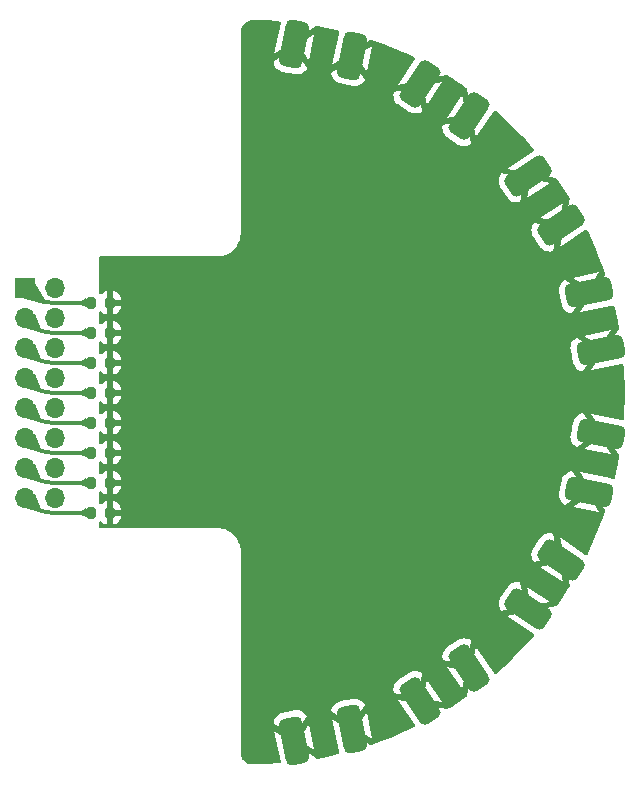
<source format=gbr>
%TF.GenerationSoftware,KiCad,Pcbnew,8.0.3*%
%TF.CreationDate,2024-07-20T13:21:27-05:00*%
%TF.ProjectId,tla_probe_sma_breakout,746c615f-7072-46f6-9265-5f736d615f62,rev?*%
%TF.SameCoordinates,Original*%
%TF.FileFunction,Copper,L2,Bot*%
%TF.FilePolarity,Positive*%
%FSLAX46Y46*%
G04 Gerber Fmt 4.6, Leading zero omitted, Abs format (unit mm)*
G04 Created by KiCad (PCBNEW 8.0.3) date 2024-07-20 13:21:27*
%MOMM*%
%LPD*%
G01*
G04 APERTURE LIST*
G04 Aperture macros list*
%AMRoundRect*
0 Rectangle with rounded corners*
0 $1 Rounding radius*
0 $2 $3 $4 $5 $6 $7 $8 $9 X,Y pos of 4 corners*
0 Add a 4 corners polygon primitive as box body*
4,1,4,$2,$3,$4,$5,$6,$7,$8,$9,$2,$3,0*
0 Add four circle primitives for the rounded corners*
1,1,$1+$1,$2,$3*
1,1,$1+$1,$4,$5*
1,1,$1+$1,$6,$7*
1,1,$1+$1,$8,$9*
0 Add four rect primitives between the rounded corners*
20,1,$1+$1,$2,$3,$4,$5,0*
20,1,$1+$1,$4,$5,$6,$7,0*
20,1,$1+$1,$6,$7,$8,$9,0*
20,1,$1+$1,$8,$9,$2,$3,0*%
G04 Aperture macros list end*
%TA.AperFunction,SMDPad,CuDef*%
%ADD10RoundRect,0.200000X0.200000X0.275000X-0.200000X0.275000X-0.200000X-0.275000X0.200000X-0.275000X0*%
%TD*%
%TA.AperFunction,SMDPad,CuDef*%
%ADD11RoundRect,0.500000X-0.783028X1.373633X-0.197757X-1.568723X0.783028X-1.373633X0.197757X1.568723X0*%
%TD*%
%TA.AperFunction,SMDPad,CuDef*%
%ADD12RoundRect,0.500000X-1.249090X0.969419X0.417621X-1.524990X1.249090X-0.969419X-0.417621X1.524990X0*%
%TD*%
%TA.AperFunction,SMDPad,CuDef*%
%ADD13RoundRect,0.500000X-1.524990X0.417621X0.969419X-1.249090X1.524990X-0.417621X-0.969419X1.249090X0*%
%TD*%
%TA.AperFunction,SMDPad,CuDef*%
%ADD14RoundRect,0.500000X-1.568723X-0.197757X1.373633X-0.783028X1.568723X0.197757X-1.373633X0.783028X0*%
%TD*%
%TA.AperFunction,SMDPad,CuDef*%
%ADD15RoundRect,0.500000X-1.373633X-0.783028X1.568723X-0.197757X1.373633X0.783028X-1.568723X0.197757X0*%
%TD*%
%TA.AperFunction,SMDPad,CuDef*%
%ADD16RoundRect,0.500000X-0.969419X-1.249090X1.524990X0.417621X0.969419X1.249090X-1.524990X-0.417621X0*%
%TD*%
%TA.AperFunction,SMDPad,CuDef*%
%ADD17RoundRect,0.500000X-0.417621X-1.524990X1.249090X0.969419X0.417621X1.524990X-1.249090X-0.969419X0*%
%TD*%
%TA.AperFunction,SMDPad,CuDef*%
%ADD18RoundRect,0.500000X0.197757X-1.568723X0.783028X1.373633X-0.197757X1.568723X-0.783028X-1.373633X0*%
%TD*%
%TA.AperFunction,ComponentPad*%
%ADD19R,1.700000X1.700000*%
%TD*%
%TA.AperFunction,ComponentPad*%
%ADD20O,1.700000X1.700000*%
%TD*%
%TA.AperFunction,ViaPad*%
%ADD21C,0.600000*%
%TD*%
%TA.AperFunction,Conductor*%
%ADD22C,0.330000*%
%TD*%
G04 APERTURE END LIST*
D10*
%TO.P,R40,1*%
%TO.N,GND*%
X118935000Y-76200000D03*
%TO.P,R40,2*%
%TO.N,Net-(J1-Pin_15)*%
X117285000Y-76200000D03*
%TD*%
%TO.P,R39,1*%
%TO.N,GND*%
X118935000Y-73660000D03*
%TO.P,R39,2*%
%TO.N,Net-(J1-Pin_13)*%
X117285000Y-73660000D03*
%TD*%
%TO.P,R38,1*%
%TO.N,GND*%
X118935000Y-71120000D03*
%TO.P,R38,2*%
%TO.N,Net-(J1-Pin_11)*%
X117285000Y-71120000D03*
%TD*%
%TO.P,R37,1*%
%TO.N,GND*%
X118935000Y-68580000D03*
%TO.P,R37,2*%
%TO.N,Net-(J1-Pin_9)*%
X117285000Y-68580000D03*
%TD*%
%TO.P,R36,1*%
%TO.N,GND*%
X118935000Y-66040000D03*
%TO.P,R36,2*%
%TO.N,Net-(J1-Pin_7)*%
X117285000Y-66040000D03*
%TD*%
%TO.P,R35,1*%
%TO.N,GND*%
X118935000Y-63500000D03*
%TO.P,R35,2*%
%TO.N,Net-(J1-Pin_5)*%
X117285000Y-63500000D03*
%TD*%
%TO.P,R34,1*%
%TO.N,GND*%
X118935000Y-60960000D03*
%TO.P,R34,2*%
%TO.N,Net-(J1-Pin_3)*%
X117285000Y-60960000D03*
%TD*%
%TO.P,R33,1*%
%TO.N,GND*%
X118935000Y-58420000D03*
%TO.P,R33,2*%
%TO.N,Net-(J1-Pin_1)*%
X117285000Y-58420000D03*
%TD*%
D11*
%TO.P,J3,2,Ext*%
%TO.N,GND*%
X139451963Y-94512274D03*
X134548037Y-95487726D03*
%TD*%
D12*
%TO.P,J5,2,Ext*%
%TO.N,GND*%
X149328674Y-89361074D03*
X145171326Y-92138926D03*
%TD*%
D13*
%TO.P,J7,2,Ext*%
%TO.N,GND*%
X157138926Y-80171326D03*
X154361074Y-84328674D03*
%TD*%
D14*
%TO.P,J9,2,Ext*%
%TO.N,GND*%
X160487726Y-69548037D03*
X159512274Y-74451963D03*
%TD*%
D15*
%TO.P,J8,2,Ext*%
%TO.N,GND*%
X159512274Y-57548037D03*
X160487726Y-62451963D03*
%TD*%
D16*
%TO.P,J6,2,Ext*%
%TO.N,GND*%
X157138926Y-51828674D03*
X154361074Y-47671326D03*
%TD*%
D17*
%TO.P,J4,2,Ext*%
%TO.N,GND*%
X149328674Y-42638926D03*
X145171326Y-39861074D03*
%TD*%
D18*
%TO.P,J2,2,Ext*%
%TO.N,GND*%
X139451963Y-37487726D03*
X134548037Y-36512274D03*
%TD*%
D19*
%TO.P,J1,1,Pin_1*%
%TO.N,Net-(J1-Pin_1)*%
X111760000Y-57150000D03*
D20*
%TO.P,J1,2,Pin_2*%
%TO.N,Net-(J1-Pin_2)*%
X114300000Y-57150000D03*
%TO.P,J1,3,Pin_3*%
%TO.N,Net-(J1-Pin_3)*%
X111760000Y-59690000D03*
%TO.P,J1,4,Pin_4*%
%TO.N,Net-(J1-Pin_4)*%
X114300000Y-59690000D03*
%TO.P,J1,5,Pin_5*%
%TO.N,Net-(J1-Pin_5)*%
X111760000Y-62230000D03*
%TO.P,J1,6,Pin_6*%
%TO.N,Net-(J1-Pin_6)*%
X114300000Y-62230000D03*
%TO.P,J1,7,Pin_7*%
%TO.N,Net-(J1-Pin_7)*%
X111760000Y-64770000D03*
%TO.P,J1,8,Pin_8*%
%TO.N,Net-(J1-Pin_8)*%
X114300000Y-64770000D03*
%TO.P,J1,9,Pin_9*%
%TO.N,Net-(J1-Pin_9)*%
X111760000Y-67310000D03*
%TO.P,J1,10,Pin_10*%
%TO.N,Net-(J1-Pin_10)*%
X114300000Y-67310000D03*
%TO.P,J1,11,Pin_11*%
%TO.N,Net-(J1-Pin_11)*%
X111760000Y-69850000D03*
%TO.P,J1,12,Pin_12*%
%TO.N,Net-(J1-Pin_12)*%
X114300000Y-69850000D03*
%TO.P,J1,13,Pin_13*%
%TO.N,Net-(J1-Pin_13)*%
X111760000Y-72390000D03*
%TO.P,J1,14,Pin_14*%
%TO.N,Net-(J1-Pin_14)*%
X114300000Y-72390000D03*
%TO.P,J1,15,Pin_15*%
%TO.N,Net-(J1-Pin_15)*%
X111760000Y-74930000D03*
%TO.P,J1,16,Pin_16*%
%TO.N,Net-(J1-Pin_16)*%
X114300000Y-74930000D03*
%TD*%
D21*
%TO.N,GND*%
X118935000Y-76200000D03*
X118500000Y-55000000D03*
X130500000Y-52500000D03*
X128000000Y-77000000D03*
X130500000Y-79500000D03*
X131000000Y-96500000D03*
X131000000Y-35500000D03*
X128473200Y-55880000D03*
X128473200Y-58420000D03*
X128473200Y-60960000D03*
X128473200Y-63500000D03*
X128473200Y-66040000D03*
X128473200Y-68580000D03*
X128473200Y-71120000D03*
X128473200Y-73660000D03*
X122123200Y-73660000D03*
X122123200Y-71120000D03*
X122123200Y-68580000D03*
X122123200Y-66040000D03*
X122123200Y-63500000D03*
X122123200Y-60960000D03*
X122123200Y-58420000D03*
X122123200Y-55880000D03*
%TD*%
D22*
%TO.N,Net-(J1-Pin_5)*%
X112395000Y-62865000D02*
G75*
G03*
X113928025Y-63499989I1533000J1533000D01*
G01*
%TO.N,Net-(J1-Pin_15)*%
X112395000Y-75565000D02*
G75*
G03*
X113928025Y-76199989I1533000J1533000D01*
G01*
%TO.N,Net-(J1-Pin_11)*%
X112395000Y-70485000D02*
G75*
G03*
X113928025Y-71119989I1533000J1533000D01*
G01*
%TO.N,Net-(J1-Pin_3)*%
X112395000Y-60325000D02*
G75*
G03*
X113928025Y-60959989I1533000J1533000D01*
G01*
%TO.N,Net-(J1-Pin_1)*%
X112395000Y-57785000D02*
G75*
G03*
X113928025Y-58419989I1533000J1533000D01*
G01*
%TO.N,Net-(J1-Pin_9)*%
X112395000Y-67945000D02*
G75*
G03*
X113928025Y-68579989I1533000J1533000D01*
G01*
%TO.N,Net-(J1-Pin_7)*%
X112395000Y-65405000D02*
G75*
G03*
X113928025Y-66039989I1533000J1533000D01*
G01*
%TO.N,Net-(J1-Pin_13)*%
X112395000Y-73025000D02*
G75*
G03*
X113928025Y-73659989I1533000J1533000D01*
G01*
%TO.N,Net-(J1-Pin_15)*%
X113928025Y-76200000D02*
X117285000Y-76200000D01*
X112395000Y-75565000D02*
X111760000Y-74930000D01*
%TO.N,Net-(J1-Pin_13)*%
X113928025Y-73660000D02*
X117285000Y-73660000D01*
X112395000Y-73025000D02*
X111760000Y-72390000D01*
%TO.N,Net-(J1-Pin_11)*%
X113928025Y-71120000D02*
X117285000Y-71120000D01*
X112395000Y-70485000D02*
X111760000Y-69850000D01*
%TO.N,Net-(J1-Pin_9)*%
X113928025Y-68580000D02*
X117285000Y-68580000D01*
X112395000Y-67945000D02*
X111760000Y-67310000D01*
%TO.N,Net-(J1-Pin_7)*%
X113928025Y-66040000D02*
X117285000Y-66040000D01*
X112395000Y-65405000D02*
X111760000Y-64770000D01*
%TO.N,Net-(J1-Pin_5)*%
X113928025Y-63500000D02*
X117285000Y-63500000D01*
X112395000Y-62865000D02*
X111760000Y-62230000D01*
%TO.N,Net-(J1-Pin_3)*%
X113928025Y-60960000D02*
X117285000Y-60960000D01*
X112395000Y-60325000D02*
X111760000Y-59690000D01*
%TO.N,Net-(J1-Pin_1)*%
X113928025Y-58420000D02*
X117285000Y-58420000D01*
X112395000Y-57785000D02*
X111760000Y-57150000D01*
%TD*%
%TA.AperFunction,Conductor*%
%TO.N,GND*%
G36*
X132109524Y-34520084D02*
G01*
X132113827Y-34520236D01*
X133219740Y-34578847D01*
X133224098Y-34579155D01*
X133233796Y-34580012D01*
X133262426Y-34582545D01*
X133327469Y-34608060D01*
X133368393Y-34664690D01*
X133373116Y-34730254D01*
X132853198Y-37344055D01*
X132853199Y-37344055D01*
X133994823Y-36581247D01*
X134894796Y-36581247D01*
X135795554Y-37929325D01*
X136242874Y-35680491D01*
X136242873Y-35680491D01*
X134894796Y-36581247D01*
X133994823Y-36581247D01*
X134487136Y-36252294D01*
X136346993Y-35009576D01*
X136361935Y-34993055D01*
X136429377Y-34974797D01*
X136446350Y-34976329D01*
X136528545Y-34989496D01*
X136532775Y-34990251D01*
X137619467Y-35203917D01*
X137623719Y-35204831D01*
X138248608Y-35350777D01*
X138309409Y-35385190D01*
X138341956Y-35447017D01*
X138335910Y-35516624D01*
X138330673Y-35528237D01*
X138318420Y-35552061D01*
X138318419Y-35552062D01*
X138284738Y-35667016D01*
X138284733Y-35667037D01*
X137757124Y-38319507D01*
X137757125Y-38319507D01*
X138898749Y-37556699D01*
X139798722Y-37556699D01*
X140699480Y-38904777D01*
X141146800Y-36655943D01*
X141146799Y-36655943D01*
X139798722Y-37556699D01*
X138898749Y-37556699D01*
X139520938Y-37140966D01*
X140968342Y-36173840D01*
X141035020Y-36152962D01*
X141078040Y-36159849D01*
X141887434Y-36441923D01*
X141891482Y-36443414D01*
X142923794Y-36844567D01*
X142927798Y-36846205D01*
X143945292Y-37283532D01*
X143949263Y-37285322D01*
X144685059Y-37632832D01*
X144737270Y-37679260D01*
X144756093Y-37746547D01*
X144735549Y-37813328D01*
X144735205Y-37813846D01*
X143287189Y-39980952D01*
X143287189Y-39980953D01*
X144877357Y-39664650D01*
X147415193Y-39159843D01*
X147484784Y-39166070D01*
X147503878Y-39175553D01*
X147857687Y-39391081D01*
X147861282Y-39393359D01*
X148474334Y-39797145D01*
X148786203Y-40002557D01*
X148789815Y-40005029D01*
X149072856Y-40206125D01*
X149116105Y-40261000D01*
X149121325Y-40315060D01*
X149525098Y-42344957D01*
X149938945Y-44425515D01*
X151422527Y-42205182D01*
X151476139Y-42160377D01*
X151545464Y-42151670D01*
X151607730Y-42181146D01*
X151645689Y-42214683D01*
X152267735Y-42764262D01*
X152270939Y-42767195D01*
X153074508Y-43529306D01*
X153077630Y-43532373D01*
X153853789Y-44322352D01*
X153856800Y-44325528D01*
X154499511Y-45027615D01*
X154604571Y-45142380D01*
X154607463Y-45145653D01*
X154610962Y-45149757D01*
X154819548Y-45394417D01*
X154848062Y-45458203D01*
X154837564Y-45527280D01*
X154794078Y-45577967D01*
X152574483Y-47061053D01*
X154544814Y-47452976D01*
X154544817Y-47452977D01*
X156689722Y-47879625D01*
X156722932Y-47877959D01*
X156783529Y-47912741D01*
X156796339Y-47928513D01*
X157304883Y-48671723D01*
X157307291Y-48675378D01*
X157824834Y-49492169D01*
X157844087Y-49559334D01*
X157836768Y-49583681D01*
X157840242Y-49584372D01*
X157335350Y-52122643D01*
X157019045Y-53712809D01*
X157019046Y-53712809D01*
X159186402Y-52264628D01*
X159253080Y-52243750D01*
X159320460Y-52262235D01*
X159366465Y-52312805D01*
X159481662Y-52545970D01*
X159483531Y-52549927D01*
X159751577Y-53144419D01*
X159911676Y-53499500D01*
X159938738Y-53559519D01*
X159940461Y-53563529D01*
X159961026Y-53613803D01*
X160359745Y-54588541D01*
X160361331Y-54592621D01*
X160744191Y-55631820D01*
X160745631Y-55635953D01*
X160840521Y-55924525D01*
X160842763Y-55994359D01*
X160825828Y-56032150D01*
X159581249Y-57894797D01*
X158680491Y-59242873D01*
X158680491Y-59242874D01*
X161332962Y-58715266D01*
X161332983Y-58715261D01*
X161447935Y-58681580D01*
X161447942Y-58681577D01*
X161474800Y-58667764D01*
X161543419Y-58654606D01*
X161608259Y-58680635D01*
X161648734Y-58737587D01*
X161651750Y-58747704D01*
X161673474Y-58833826D01*
X161674469Y-58838089D01*
X161907263Y-59920765D01*
X161908108Y-59925059D01*
X162020106Y-60553023D01*
X162012498Y-60622477D01*
X161993369Y-60646117D01*
X161994514Y-60646882D01*
X160556701Y-62798723D01*
X159655943Y-64146799D01*
X159655943Y-64146800D01*
X162265585Y-63627711D01*
X162335176Y-63633938D01*
X162390354Y-63676801D01*
X162413467Y-63740581D01*
X162455200Y-64330744D01*
X162455432Y-64335115D01*
X162494517Y-65441901D01*
X162494594Y-65446277D01*
X162494594Y-66553722D01*
X162494517Y-66558098D01*
X162455432Y-67664884D01*
X162455200Y-67669255D01*
X162413467Y-68259418D01*
X162389103Y-68324902D01*
X162333203Y-68366818D01*
X162265585Y-68372288D01*
X159655943Y-67853198D01*
X159655943Y-67853199D01*
X160556701Y-69201277D01*
X161992701Y-71350404D01*
X162003749Y-71360396D01*
X162022004Y-71427838D01*
X162020106Y-71446975D01*
X161908108Y-72074940D01*
X161907263Y-72079234D01*
X161674469Y-73161910D01*
X161673474Y-73166172D01*
X161651750Y-73252295D01*
X161616267Y-73312484D01*
X161553875Y-73343934D01*
X161484385Y-73336661D01*
X161474801Y-73332237D01*
X161447935Y-73318419D01*
X161332983Y-73284738D01*
X161332962Y-73284733D01*
X158680491Y-72757124D01*
X158680491Y-72757125D01*
X159581249Y-74105203D01*
X160825828Y-75967848D01*
X160846706Y-76034526D01*
X160840521Y-76075473D01*
X160745631Y-76364047D01*
X160744191Y-76368180D01*
X160361331Y-77407378D01*
X160359745Y-77411458D01*
X159940466Y-78436459D01*
X159938738Y-78440480D01*
X159483537Y-79450060D01*
X159481668Y-79454018D01*
X159366465Y-79687194D01*
X159319122Y-79738578D01*
X159251513Y-79756210D01*
X159186402Y-79735370D01*
X157019046Y-78287189D01*
X157019045Y-78287189D01*
X157335350Y-79877357D01*
X157840242Y-82415627D01*
X157839581Y-82415758D01*
X157842559Y-82422036D01*
X157833619Y-82491331D01*
X157824834Y-82507829D01*
X157307291Y-83324621D01*
X157304883Y-83328276D01*
X156796339Y-84071485D01*
X156742236Y-84115696D01*
X156673981Y-84123504D01*
X154582232Y-84539578D01*
X154582146Y-84539597D01*
X152574483Y-84938945D01*
X154794077Y-86422032D01*
X154838882Y-86475644D01*
X154847589Y-86544969D01*
X154819548Y-86605582D01*
X154737017Y-86702387D01*
X154608779Y-86852804D01*
X154607470Y-86854339D01*
X154604571Y-86857619D01*
X153856800Y-87674471D01*
X153853789Y-87677647D01*
X153077630Y-88467626D01*
X153074508Y-88470693D01*
X152270939Y-89232804D01*
X152267710Y-89235760D01*
X151607729Y-89818853D01*
X151544456Y-89848488D01*
X151475205Y-89839211D01*
X151422526Y-89794817D01*
X149938945Y-87574483D01*
X149525098Y-89655043D01*
X149120083Y-91691181D01*
X149121615Y-91721721D01*
X149086832Y-91782318D01*
X149072857Y-91793873D01*
X148789815Y-91994970D01*
X148786203Y-91997442D01*
X147861333Y-92606606D01*
X147857636Y-92608949D01*
X147503893Y-92824437D01*
X147436399Y-92842502D01*
X147415192Y-92840155D01*
X144920874Y-92344006D01*
X144920868Y-92344003D01*
X143287189Y-92019045D01*
X143287189Y-92019046D01*
X144735204Y-94186152D01*
X144756082Y-94252830D01*
X144737597Y-94320210D01*
X144685619Y-94366900D01*
X144685057Y-94367167D01*
X143949272Y-94714672D01*
X143945282Y-94716471D01*
X142927822Y-95153784D01*
X142923771Y-95155441D01*
X141891511Y-95556574D01*
X141887404Y-95558087D01*
X141078040Y-95840149D01*
X141008256Y-95843623D01*
X140968342Y-95826158D01*
X139131028Y-94598505D01*
X139131026Y-94598502D01*
X138898748Y-94443299D01*
X139798722Y-94443299D01*
X141146799Y-95344055D01*
X141146800Y-95344055D01*
X140699480Y-93095221D01*
X139798722Y-94443299D01*
X138898748Y-94443299D01*
X137757125Y-93680491D01*
X137757124Y-93680491D01*
X138284733Y-96332962D01*
X138284738Y-96332983D01*
X138318419Y-96447937D01*
X138318420Y-96447938D01*
X138330672Y-96471761D01*
X138343828Y-96540381D01*
X138317797Y-96605220D01*
X138260843Y-96645693D01*
X138248603Y-96649223D01*
X137623732Y-96795165D01*
X137619453Y-96796085D01*
X136532815Y-97009741D01*
X136528506Y-97010510D01*
X136446361Y-97023669D01*
X136377052Y-97014836D01*
X136351677Y-96993552D01*
X134227102Y-95573957D01*
X134227100Y-95573954D01*
X133994822Y-95418751D01*
X134894796Y-95418751D01*
X136242873Y-96319507D01*
X136242874Y-96319507D01*
X135795554Y-94070673D01*
X134894796Y-95418751D01*
X133994822Y-95418751D01*
X132853199Y-94655943D01*
X132853198Y-94655943D01*
X133373115Y-97269745D01*
X133366888Y-97339336D01*
X133324025Y-97394514D01*
X133262428Y-97417453D01*
X133224128Y-97420842D01*
X133219761Y-97421151D01*
X132113864Y-97479761D01*
X132109489Y-97479916D01*
X131006505Y-97499385D01*
X130993509Y-97498932D01*
X130837246Y-97485260D01*
X130815961Y-97481507D01*
X130668630Y-97442030D01*
X130648318Y-97434637D01*
X130510084Y-97370177D01*
X130491366Y-97359370D01*
X130366417Y-97271880D01*
X130349859Y-97257986D01*
X130242013Y-97150140D01*
X130228119Y-97133582D01*
X130140629Y-97008633D01*
X130129822Y-96989915D01*
X130065362Y-96851681D01*
X130057969Y-96831369D01*
X130048268Y-96795165D01*
X130018491Y-96684035D01*
X130014739Y-96662752D01*
X130013555Y-96649223D01*
X130000972Y-96505393D01*
X130000500Y-96494586D01*
X130000500Y-93999708D01*
X132771049Y-93999708D01*
X134479062Y-95140966D01*
X135620319Y-93432952D01*
X135588558Y-93371199D01*
X135588554Y-93371193D01*
X135461037Y-93212767D01*
X135304229Y-93083246D01*
X135193022Y-93024256D01*
X137674975Y-93024256D01*
X139382988Y-94165514D01*
X140524245Y-92457500D01*
X140492484Y-92395747D01*
X140492480Y-92395741D01*
X140364963Y-92237315D01*
X140208155Y-92107794D01*
X140028487Y-92012489D01*
X140028480Y-92012486D01*
X139833310Y-91955302D01*
X139678197Y-91942501D01*
X145465294Y-91942501D01*
X145465295Y-91942502D01*
X147055461Y-92258805D01*
X147055461Y-92258804D01*
X145781597Y-90352335D01*
X145465294Y-91942501D01*
X139678197Y-91942501D01*
X139630625Y-91938575D01*
X139511504Y-91951452D01*
X138416969Y-92169168D01*
X138416948Y-92169173D01*
X138301994Y-92202854D01*
X138121130Y-92295876D01*
X137962697Y-92423400D01*
X137833178Y-92580205D01*
X137737873Y-92759873D01*
X137737871Y-92759878D01*
X137680686Y-92955049D01*
X137674975Y-93024256D01*
X135193022Y-93024256D01*
X135124561Y-92987941D01*
X135124554Y-92987938D01*
X134929384Y-92930754D01*
X134726699Y-92914027D01*
X134607578Y-92926904D01*
X133513043Y-93144620D01*
X133513022Y-93144625D01*
X133398068Y-93178306D01*
X133217204Y-93271328D01*
X133058771Y-93398852D01*
X132929252Y-93555657D01*
X132833947Y-93735325D01*
X132833945Y-93735330D01*
X132776760Y-93930501D01*
X132771049Y-93999708D01*
X130000500Y-93999708D01*
X130000500Y-91175873D01*
X142917099Y-91175873D01*
X142917099Y-91175879D01*
X142938956Y-91378078D01*
X142960162Y-91444199D01*
X142960164Y-91444200D01*
X144974901Y-91844956D01*
X144974902Y-91844955D01*
X145375658Y-89830218D01*
X145322687Y-89785322D01*
X145322684Y-89785321D01*
X145144233Y-89687746D01*
X145144234Y-89687746D01*
X144949806Y-89628094D01*
X144747337Y-89608799D01*
X144747332Y-89608799D01*
X144545138Y-89630656D01*
X144351472Y-89692770D01*
X144351468Y-89692772D01*
X144246373Y-89750236D01*
X144246352Y-89750249D01*
X143318438Y-90370260D01*
X143318432Y-90370265D01*
X143225123Y-90445369D01*
X143225111Y-90445380D01*
X143093621Y-90600526D01*
X143093620Y-90600528D01*
X142996045Y-90778977D01*
X142996043Y-90778982D01*
X142936394Y-90973401D01*
X142936393Y-90973406D01*
X142917099Y-91175873D01*
X130000500Y-91175873D01*
X130000500Y-89241194D01*
X147444537Y-89241194D01*
X148718401Y-91147663D01*
X149034704Y-89557497D01*
X149034703Y-89557496D01*
X147444537Y-89241193D01*
X147444537Y-89241194D01*
X130000500Y-89241194D01*
X130000500Y-88398021D01*
X147074447Y-88398021D01*
X147074447Y-88398027D01*
X147096304Y-88600226D01*
X147117510Y-88666347D01*
X147117512Y-88666348D01*
X149132249Y-89067104D01*
X149132250Y-89067103D01*
X149533006Y-87052366D01*
X149480035Y-87007470D01*
X149480032Y-87007469D01*
X149301581Y-86909894D01*
X149301582Y-86909894D01*
X149107154Y-86850242D01*
X148904685Y-86830947D01*
X148904680Y-86830947D01*
X148702486Y-86852804D01*
X148508820Y-86914918D01*
X148508816Y-86914920D01*
X148403721Y-86972384D01*
X148403700Y-86972397D01*
X147475786Y-87592408D01*
X147475780Y-87592413D01*
X147382471Y-87667517D01*
X147382459Y-87667528D01*
X147250969Y-87822674D01*
X147250968Y-87822676D01*
X147153393Y-88001125D01*
X147153391Y-88001130D01*
X147093742Y-88195549D01*
X147093741Y-88195554D01*
X147074447Y-88398021D01*
X130000500Y-88398021D01*
X130000500Y-83904680D01*
X151830947Y-83904680D01*
X151830947Y-83904685D01*
X151850242Y-84107154D01*
X151909894Y-84301582D01*
X152007469Y-84480032D01*
X152007470Y-84480035D01*
X152052366Y-84533006D01*
X154067103Y-84132250D01*
X154067104Y-84132249D01*
X153731397Y-82444537D01*
X154241193Y-82444537D01*
X154557496Y-84034703D01*
X154557497Y-84034704D01*
X156147663Y-83718401D01*
X154241194Y-82444537D01*
X154241193Y-82444537D01*
X153731397Y-82444537D01*
X153666348Y-82117512D01*
X153666347Y-82117510D01*
X153600226Y-82096304D01*
X153398024Y-82074447D01*
X153195554Y-82093741D01*
X153195549Y-82093742D01*
X153001130Y-82153391D01*
X153001125Y-82153393D01*
X152822676Y-82250968D01*
X152822674Y-82250969D01*
X152667528Y-82382459D01*
X152667517Y-82382471D01*
X152592413Y-82475780D01*
X152592408Y-82475786D01*
X151972397Y-83403700D01*
X151972384Y-83403721D01*
X151914920Y-83508816D01*
X151914918Y-83508820D01*
X151852804Y-83702486D01*
X151830947Y-83904680D01*
X130000500Y-83904680D01*
X130000500Y-80781597D01*
X155352335Y-80781597D01*
X157258804Y-82055461D01*
X157258805Y-82055461D01*
X156942502Y-80465295D01*
X156942501Y-80465294D01*
X155352335Y-80781597D01*
X130000500Y-80781597D01*
X130000500Y-79747332D01*
X154608799Y-79747332D01*
X154608799Y-79747337D01*
X154628094Y-79949806D01*
X154687746Y-80144234D01*
X154785321Y-80322684D01*
X154785322Y-80322687D01*
X154830218Y-80375658D01*
X156844955Y-79974902D01*
X156844956Y-79974901D01*
X156444200Y-77960164D01*
X156444199Y-77960162D01*
X156378078Y-77938956D01*
X156175876Y-77917099D01*
X155973406Y-77936393D01*
X155973401Y-77936394D01*
X155778982Y-77996043D01*
X155778977Y-77996045D01*
X155600528Y-78093620D01*
X155600526Y-78093621D01*
X155445380Y-78225111D01*
X155445369Y-78225123D01*
X155370265Y-78318432D01*
X155370260Y-78318438D01*
X154750249Y-79246352D01*
X154750236Y-79246373D01*
X154692772Y-79351468D01*
X154692770Y-79351472D01*
X154630656Y-79545138D01*
X154608799Y-79747332D01*
X130000500Y-79747332D01*
X130000500Y-79368886D01*
X130000499Y-79368872D01*
X129984368Y-79246352D01*
X129966270Y-79108884D01*
X129898398Y-78855581D01*
X129806785Y-78634408D01*
X129798046Y-78613309D01*
X129798041Y-78613299D01*
X129666924Y-78386196D01*
X129507281Y-78178148D01*
X129507274Y-78178140D01*
X129321860Y-77992726D01*
X129321851Y-77992718D01*
X129113803Y-77833075D01*
X128886700Y-77701958D01*
X128886690Y-77701953D01*
X128644428Y-77601605D01*
X128644421Y-77601603D01*
X128644419Y-77601602D01*
X128391116Y-77533730D01*
X128333339Y-77526123D01*
X128131127Y-77499500D01*
X128131120Y-77499500D01*
X128065892Y-77499500D01*
X118124000Y-77499500D01*
X118056961Y-77479815D01*
X118011206Y-77427011D01*
X118000000Y-77375500D01*
X118000000Y-77029312D01*
X118019685Y-76962273D01*
X118072489Y-76916518D01*
X118141647Y-76906574D01*
X118205203Y-76935599D01*
X118211681Y-76941631D01*
X118300122Y-77030072D01*
X118445604Y-77118019D01*
X118445603Y-77118019D01*
X118607894Y-77168590D01*
X118607893Y-77168590D01*
X118678408Y-77174998D01*
X118678426Y-77174999D01*
X119185000Y-77174999D01*
X119191581Y-77174999D01*
X119262102Y-77168591D01*
X119262107Y-77168590D01*
X119424396Y-77118018D01*
X119569877Y-77030072D01*
X119690072Y-76909877D01*
X119778019Y-76764395D01*
X119828590Y-76602106D01*
X119835000Y-76531572D01*
X119835000Y-76450000D01*
X119185000Y-76450000D01*
X119185000Y-77174999D01*
X118678426Y-77174999D01*
X118684999Y-77174998D01*
X118685000Y-77174998D01*
X118685000Y-75950000D01*
X119185000Y-75950000D01*
X119834999Y-75950000D01*
X119834999Y-75868417D01*
X119828591Y-75797897D01*
X119828590Y-75797892D01*
X119797923Y-75699480D01*
X158095221Y-75699480D01*
X160344055Y-76146800D01*
X160344055Y-76146799D01*
X159443298Y-74798722D01*
X158095221Y-75699480D01*
X119797923Y-75699480D01*
X119778018Y-75635603D01*
X119690072Y-75490122D01*
X119569877Y-75369927D01*
X119424395Y-75281980D01*
X119424396Y-75281980D01*
X119262105Y-75231409D01*
X119262106Y-75231409D01*
X119191572Y-75225000D01*
X119185000Y-75225000D01*
X119185000Y-75950000D01*
X118685000Y-75950000D01*
X118685000Y-75225000D01*
X118684999Y-75224999D01*
X118678436Y-75225000D01*
X118678417Y-75225001D01*
X118607897Y-75231408D01*
X118607892Y-75231409D01*
X118445603Y-75281981D01*
X118300122Y-75369927D01*
X118300121Y-75369928D01*
X118211681Y-75458369D01*
X118150358Y-75491854D01*
X118080666Y-75486870D01*
X118024733Y-75444998D01*
X118000316Y-75379534D01*
X118000000Y-75370688D01*
X118000000Y-74489312D01*
X118019685Y-74422273D01*
X118072489Y-74376518D01*
X118141647Y-74366574D01*
X118205203Y-74395599D01*
X118211681Y-74401631D01*
X118300122Y-74490072D01*
X118445604Y-74578019D01*
X118445603Y-74578019D01*
X118607894Y-74628590D01*
X118607893Y-74628590D01*
X118678408Y-74634998D01*
X118678426Y-74634999D01*
X119185000Y-74634999D01*
X119191581Y-74634999D01*
X119239718Y-74630625D01*
X156938575Y-74630625D01*
X156955302Y-74833310D01*
X157012486Y-75028480D01*
X157012489Y-75028487D01*
X157107794Y-75208155D01*
X157237315Y-75364963D01*
X157395741Y-75492480D01*
X157395747Y-75492484D01*
X157457500Y-75524244D01*
X159165514Y-74382988D01*
X158024256Y-72674975D01*
X157955049Y-72680686D01*
X157759878Y-72737871D01*
X157759873Y-72737873D01*
X157580205Y-72833178D01*
X157423400Y-72962697D01*
X157295876Y-73121130D01*
X157202854Y-73301994D01*
X157169173Y-73416948D01*
X157169168Y-73416969D01*
X156951452Y-74511504D01*
X156938575Y-74630625D01*
X119239718Y-74630625D01*
X119262102Y-74628591D01*
X119262107Y-74628590D01*
X119424396Y-74578018D01*
X119569877Y-74490072D01*
X119690072Y-74369877D01*
X119778019Y-74224395D01*
X119828590Y-74062106D01*
X119835000Y-73991572D01*
X119835000Y-73910000D01*
X119185000Y-73910000D01*
X119185000Y-74634999D01*
X118678426Y-74634999D01*
X118684999Y-74634998D01*
X118685000Y-74634998D01*
X118685000Y-73410000D01*
X119185000Y-73410000D01*
X119834999Y-73410000D01*
X119834999Y-73328417D01*
X119828591Y-73257897D01*
X119828590Y-73257892D01*
X119778018Y-73095603D01*
X119690072Y-72950122D01*
X119569877Y-72829927D01*
X119424395Y-72741980D01*
X119424396Y-72741980D01*
X119262105Y-72691409D01*
X119262106Y-72691409D01*
X119191572Y-72685000D01*
X119185000Y-72685000D01*
X119185000Y-73410000D01*
X118685000Y-73410000D01*
X118685000Y-72685000D01*
X118684999Y-72684999D01*
X118678436Y-72685000D01*
X118678417Y-72685001D01*
X118607897Y-72691408D01*
X118607892Y-72691409D01*
X118445603Y-72741981D01*
X118300122Y-72829927D01*
X118300121Y-72829928D01*
X118211681Y-72918369D01*
X118150358Y-72951854D01*
X118080666Y-72946870D01*
X118024733Y-72904998D01*
X118000316Y-72839534D01*
X118000000Y-72830688D01*
X118000000Y-71949312D01*
X118019685Y-71882273D01*
X118072489Y-71836518D01*
X118141647Y-71826574D01*
X118205203Y-71855599D01*
X118211681Y-71861631D01*
X118300122Y-71950072D01*
X118445604Y-72038019D01*
X118445603Y-72038019D01*
X118607894Y-72088590D01*
X118607893Y-72088590D01*
X118678408Y-72094998D01*
X118678426Y-72094999D01*
X119185000Y-72094999D01*
X119191581Y-72094999D01*
X119262102Y-72088591D01*
X119262107Y-72088590D01*
X119424396Y-72038018D01*
X119569877Y-71950072D01*
X119690072Y-71829877D01*
X119778019Y-71684395D01*
X119828590Y-71522106D01*
X119835000Y-71451572D01*
X119835000Y-71370000D01*
X119185000Y-71370000D01*
X119185000Y-72094999D01*
X118678426Y-72094999D01*
X118684999Y-72094998D01*
X118685000Y-72094998D01*
X118685000Y-70870000D01*
X119185000Y-70870000D01*
X119834999Y-70870000D01*
X119834999Y-70795554D01*
X159070673Y-70795554D01*
X161319507Y-71242874D01*
X161319507Y-71242873D01*
X160418750Y-69894796D01*
X159070673Y-70795554D01*
X119834999Y-70795554D01*
X119834999Y-70788417D01*
X119828591Y-70717897D01*
X119828590Y-70717892D01*
X119778018Y-70555603D01*
X119690072Y-70410122D01*
X119569877Y-70289927D01*
X119424395Y-70201980D01*
X119424396Y-70201980D01*
X119262105Y-70151409D01*
X119262106Y-70151409D01*
X119191572Y-70145000D01*
X119185000Y-70145000D01*
X119185000Y-70870000D01*
X118685000Y-70870000D01*
X118685000Y-70145000D01*
X118684999Y-70144999D01*
X118678436Y-70145000D01*
X118678417Y-70145001D01*
X118607897Y-70151408D01*
X118607892Y-70151409D01*
X118445603Y-70201981D01*
X118300122Y-70289927D01*
X118300121Y-70289928D01*
X118211681Y-70378369D01*
X118150358Y-70411854D01*
X118080666Y-70406870D01*
X118024733Y-70364998D01*
X118000316Y-70299534D01*
X118000000Y-70290688D01*
X118000000Y-69726699D01*
X157914027Y-69726699D01*
X157930754Y-69929384D01*
X157987938Y-70124554D01*
X157987941Y-70124561D01*
X158083246Y-70304229D01*
X158212767Y-70461037D01*
X158371193Y-70588554D01*
X158371199Y-70588558D01*
X158432952Y-70620318D01*
X160140966Y-69479062D01*
X158999708Y-67771049D01*
X158930501Y-67776760D01*
X158735330Y-67833945D01*
X158735325Y-67833947D01*
X158555657Y-67929252D01*
X158398852Y-68058771D01*
X158271328Y-68217204D01*
X158178306Y-68398068D01*
X158144625Y-68513022D01*
X158144620Y-68513043D01*
X157926904Y-69607578D01*
X157914027Y-69726699D01*
X118000000Y-69726699D01*
X118000000Y-69409312D01*
X118019685Y-69342273D01*
X118072489Y-69296518D01*
X118141647Y-69286574D01*
X118205203Y-69315599D01*
X118211681Y-69321631D01*
X118300122Y-69410072D01*
X118445604Y-69498019D01*
X118445603Y-69498019D01*
X118607894Y-69548590D01*
X118607893Y-69548590D01*
X118678408Y-69554998D01*
X118678426Y-69554999D01*
X119185000Y-69554999D01*
X119191581Y-69554999D01*
X119262102Y-69548591D01*
X119262107Y-69548590D01*
X119424396Y-69498018D01*
X119569877Y-69410072D01*
X119690072Y-69289877D01*
X119778019Y-69144395D01*
X119828590Y-68982106D01*
X119835000Y-68911572D01*
X119835000Y-68830000D01*
X119185000Y-68830000D01*
X119185000Y-69554999D01*
X118678426Y-69554999D01*
X118684999Y-69554998D01*
X118685000Y-69554998D01*
X118685000Y-68330000D01*
X119185000Y-68330000D01*
X119834999Y-68330000D01*
X119834999Y-68248417D01*
X119828591Y-68177897D01*
X119828590Y-68177892D01*
X119778018Y-68015603D01*
X119690072Y-67870122D01*
X119569877Y-67749927D01*
X119424395Y-67661980D01*
X119424396Y-67661980D01*
X119262105Y-67611409D01*
X119262106Y-67611409D01*
X119191572Y-67605000D01*
X119185000Y-67605000D01*
X119185000Y-68330000D01*
X118685000Y-68330000D01*
X118685000Y-67605000D01*
X118684999Y-67604999D01*
X118678436Y-67605000D01*
X118678417Y-67605001D01*
X118607897Y-67611408D01*
X118607892Y-67611409D01*
X118445603Y-67661981D01*
X118300122Y-67749927D01*
X118300121Y-67749928D01*
X118211681Y-67838369D01*
X118150358Y-67871854D01*
X118080666Y-67866870D01*
X118024733Y-67824998D01*
X118000316Y-67759534D01*
X118000000Y-67750688D01*
X118000000Y-66869312D01*
X118019685Y-66802273D01*
X118072489Y-66756518D01*
X118141647Y-66746574D01*
X118205203Y-66775599D01*
X118211681Y-66781631D01*
X118300122Y-66870072D01*
X118445604Y-66958019D01*
X118445603Y-66958019D01*
X118607894Y-67008590D01*
X118607893Y-67008590D01*
X118678408Y-67014998D01*
X118678426Y-67014999D01*
X119185000Y-67014999D01*
X119191581Y-67014999D01*
X119262102Y-67008591D01*
X119262107Y-67008590D01*
X119424396Y-66958018D01*
X119569877Y-66870072D01*
X119690072Y-66749877D01*
X119778019Y-66604395D01*
X119828590Y-66442106D01*
X119835000Y-66371572D01*
X119835000Y-66290000D01*
X119185000Y-66290000D01*
X119185000Y-67014999D01*
X118678426Y-67014999D01*
X118684999Y-67014998D01*
X118685000Y-67014998D01*
X118685000Y-65790000D01*
X119185000Y-65790000D01*
X119834999Y-65790000D01*
X119834999Y-65708417D01*
X119828591Y-65637897D01*
X119828590Y-65637892D01*
X119778018Y-65475603D01*
X119690072Y-65330122D01*
X119569877Y-65209927D01*
X119424395Y-65121980D01*
X119424396Y-65121980D01*
X119262105Y-65071409D01*
X119262106Y-65071409D01*
X119191572Y-65065000D01*
X119185000Y-65065000D01*
X119185000Y-65790000D01*
X118685000Y-65790000D01*
X118685000Y-65065000D01*
X118684999Y-65064999D01*
X118678436Y-65065000D01*
X118678417Y-65065001D01*
X118607897Y-65071408D01*
X118607892Y-65071409D01*
X118445603Y-65121981D01*
X118300122Y-65209927D01*
X118300121Y-65209928D01*
X118211681Y-65298369D01*
X118150358Y-65331854D01*
X118080666Y-65326870D01*
X118024733Y-65284998D01*
X118000316Y-65219534D01*
X118000000Y-65210688D01*
X118000000Y-64329312D01*
X118019685Y-64262273D01*
X118072489Y-64216518D01*
X118141647Y-64206574D01*
X118205203Y-64235599D01*
X118211681Y-64241631D01*
X118300122Y-64330072D01*
X118445604Y-64418019D01*
X118445603Y-64418019D01*
X118607894Y-64468590D01*
X118607893Y-64468590D01*
X118678408Y-64474998D01*
X118678426Y-64474999D01*
X119185000Y-64474999D01*
X119191581Y-64474999D01*
X119262102Y-64468591D01*
X119262107Y-64468590D01*
X119424396Y-64418018D01*
X119569877Y-64330072D01*
X119690072Y-64209877D01*
X119778019Y-64064395D01*
X119828590Y-63902106D01*
X119835000Y-63831572D01*
X119835000Y-63750000D01*
X119185000Y-63750000D01*
X119185000Y-64474999D01*
X118678426Y-64474999D01*
X118684999Y-64474998D01*
X118685000Y-64474998D01*
X118685000Y-63250000D01*
X119185000Y-63250000D01*
X119834999Y-63250000D01*
X119834999Y-63168417D01*
X119828591Y-63097897D01*
X119828590Y-63097892D01*
X119778018Y-62935603D01*
X119690072Y-62790122D01*
X119569877Y-62669927D01*
X119424395Y-62581980D01*
X119424396Y-62581980D01*
X119262105Y-62531409D01*
X119262106Y-62531409D01*
X119191572Y-62525000D01*
X119185000Y-62525000D01*
X119185000Y-63250000D01*
X118685000Y-63250000D01*
X118685000Y-62525000D01*
X118684999Y-62524999D01*
X118678436Y-62525000D01*
X118678417Y-62525001D01*
X118607897Y-62531408D01*
X118607892Y-62531409D01*
X118445603Y-62581981D01*
X118300122Y-62669927D01*
X118300121Y-62669928D01*
X118211681Y-62758369D01*
X118150358Y-62791854D01*
X118080666Y-62786870D01*
X118024733Y-62744998D01*
X118000316Y-62679534D01*
X118000000Y-62670688D01*
X118000000Y-62273300D01*
X157914027Y-62273300D01*
X157926904Y-62392421D01*
X158144620Y-63486956D01*
X158144625Y-63486977D01*
X158178306Y-63601931D01*
X158271328Y-63782795D01*
X158398852Y-63941228D01*
X158555657Y-64070747D01*
X158735325Y-64166052D01*
X158735330Y-64166054D01*
X158930491Y-64223237D01*
X158930502Y-64223239D01*
X158999707Y-64228949D01*
X160140966Y-62520936D01*
X158432954Y-61379680D01*
X158432951Y-61379680D01*
X158371206Y-61411437D01*
X158371192Y-61411446D01*
X158212767Y-61538962D01*
X158083246Y-61695770D01*
X157987941Y-61875438D01*
X157987938Y-61875445D01*
X157930754Y-62070615D01*
X157914027Y-62273300D01*
X118000000Y-62273300D01*
X118000000Y-61789312D01*
X118019685Y-61722273D01*
X118072489Y-61676518D01*
X118141647Y-61666574D01*
X118205203Y-61695599D01*
X118211681Y-61701631D01*
X118300122Y-61790072D01*
X118445604Y-61878019D01*
X118445603Y-61878019D01*
X118607894Y-61928590D01*
X118607893Y-61928590D01*
X118678408Y-61934998D01*
X118678426Y-61934999D01*
X119185000Y-61934999D01*
X119191581Y-61934999D01*
X119262102Y-61928591D01*
X119262107Y-61928590D01*
X119424396Y-61878018D01*
X119569877Y-61790072D01*
X119690072Y-61669877D01*
X119778019Y-61524395D01*
X119828590Y-61362106D01*
X119835000Y-61291572D01*
X119835000Y-61210000D01*
X119185000Y-61210000D01*
X119185000Y-61934999D01*
X118678426Y-61934999D01*
X118684999Y-61934998D01*
X118685000Y-61934998D01*
X118685000Y-61204444D01*
X159070673Y-61204444D01*
X160418751Y-62105202D01*
X161319507Y-60757125D01*
X161319507Y-60757124D01*
X159070673Y-61204444D01*
X118685000Y-61204444D01*
X118685000Y-60710000D01*
X119185000Y-60710000D01*
X119834999Y-60710000D01*
X119834999Y-60628417D01*
X119828591Y-60557897D01*
X119828590Y-60557892D01*
X119778018Y-60395603D01*
X119690072Y-60250122D01*
X119569877Y-60129927D01*
X119424395Y-60041980D01*
X119424396Y-60041980D01*
X119262105Y-59991409D01*
X119262106Y-59991409D01*
X119191572Y-59985000D01*
X119185000Y-59985000D01*
X119185000Y-60710000D01*
X118685000Y-60710000D01*
X118685000Y-59985000D01*
X118684999Y-59984999D01*
X118678436Y-59985000D01*
X118678417Y-59985001D01*
X118607897Y-59991408D01*
X118607892Y-59991409D01*
X118445603Y-60041981D01*
X118300122Y-60129927D01*
X118300121Y-60129928D01*
X118211681Y-60218369D01*
X118150358Y-60251854D01*
X118080666Y-60246870D01*
X118024733Y-60204998D01*
X118000316Y-60139534D01*
X118000000Y-60130688D01*
X118000000Y-59249312D01*
X118019685Y-59182273D01*
X118072489Y-59136518D01*
X118141647Y-59126574D01*
X118205203Y-59155599D01*
X118211681Y-59161631D01*
X118300122Y-59250072D01*
X118445604Y-59338019D01*
X118445603Y-59338019D01*
X118607894Y-59388590D01*
X118607893Y-59388590D01*
X118678408Y-59394998D01*
X118678426Y-59394999D01*
X119185000Y-59394999D01*
X119191581Y-59394999D01*
X119262102Y-59388591D01*
X119262107Y-59388590D01*
X119424396Y-59338018D01*
X119569877Y-59250072D01*
X119690072Y-59129877D01*
X119778019Y-58984395D01*
X119828590Y-58822106D01*
X119835000Y-58751572D01*
X119835000Y-58670000D01*
X119185000Y-58670000D01*
X119185000Y-59394999D01*
X118678426Y-59394999D01*
X118684999Y-59394998D01*
X118685000Y-59394998D01*
X118685000Y-58170000D01*
X119185000Y-58170000D01*
X119834999Y-58170000D01*
X119834999Y-58088417D01*
X119828591Y-58017897D01*
X119828590Y-58017892D01*
X119778018Y-57855603D01*
X119690072Y-57710122D01*
X119569877Y-57589927D01*
X119424395Y-57501980D01*
X119424396Y-57501980D01*
X119262105Y-57451409D01*
X119262106Y-57451409D01*
X119191572Y-57445000D01*
X119185000Y-57445000D01*
X119185000Y-58170000D01*
X118685000Y-58170000D01*
X118685000Y-57445000D01*
X118684999Y-57444999D01*
X118678436Y-57445000D01*
X118678417Y-57445001D01*
X118607897Y-57451408D01*
X118607892Y-57451409D01*
X118445603Y-57501981D01*
X118300122Y-57589927D01*
X118300121Y-57589928D01*
X118211681Y-57678369D01*
X118150358Y-57711854D01*
X118080666Y-57706870D01*
X118024733Y-57664998D01*
X118000316Y-57599534D01*
X118000000Y-57590688D01*
X118000000Y-57369374D01*
X156938575Y-57369374D01*
X156951452Y-57488495D01*
X157169168Y-58583030D01*
X157169173Y-58583051D01*
X157202854Y-58698005D01*
X157295876Y-58878869D01*
X157423400Y-59037302D01*
X157580205Y-59166821D01*
X157759873Y-59262126D01*
X157759878Y-59262128D01*
X157955039Y-59319311D01*
X157955050Y-59319313D01*
X158024255Y-59325023D01*
X159165514Y-57617010D01*
X157457502Y-56475754D01*
X157457499Y-56475754D01*
X157395754Y-56507511D01*
X157395740Y-56507520D01*
X157237315Y-56635036D01*
X157107794Y-56791844D01*
X157012489Y-56971512D01*
X157012486Y-56971519D01*
X156955302Y-57166689D01*
X156938575Y-57369374D01*
X118000000Y-57369374D01*
X118000000Y-56300518D01*
X158095221Y-56300518D01*
X159443299Y-57201276D01*
X160344055Y-55853199D01*
X160344055Y-55853198D01*
X158095221Y-56300518D01*
X118000000Y-56300518D01*
X118000000Y-54624500D01*
X118019685Y-54557461D01*
X118072489Y-54511706D01*
X118124000Y-54500500D01*
X128131113Y-54500500D01*
X128131120Y-54500500D01*
X128391116Y-54466270D01*
X128644419Y-54398398D01*
X128886697Y-54298043D01*
X129113803Y-54166924D01*
X129321851Y-54007282D01*
X129321855Y-54007277D01*
X129321860Y-54007274D01*
X129507274Y-53821860D01*
X129507277Y-53821855D01*
X129507282Y-53821851D01*
X129666924Y-53613803D01*
X129798043Y-53386697D01*
X129898398Y-53144419D01*
X129966270Y-52891116D01*
X130000500Y-52631120D01*
X130000500Y-52500000D01*
X130000500Y-52434108D01*
X130000500Y-52252662D01*
X154608799Y-52252662D01*
X154608799Y-52252667D01*
X154630656Y-52454861D01*
X154692770Y-52648527D01*
X154692772Y-52648531D01*
X154750236Y-52753626D01*
X154750249Y-52753647D01*
X155370260Y-53681561D01*
X155370265Y-53681567D01*
X155445369Y-53774876D01*
X155445380Y-53774888D01*
X155600526Y-53906378D01*
X155600528Y-53906379D01*
X155778977Y-54003954D01*
X155778982Y-54003956D01*
X155973401Y-54063605D01*
X155973406Y-54063606D01*
X156175873Y-54082900D01*
X156175879Y-54082900D01*
X156378073Y-54061043D01*
X156444199Y-54039835D01*
X156444200Y-54039834D01*
X156844956Y-52025097D01*
X156844955Y-52025096D01*
X154830219Y-51624340D01*
X154830217Y-51624341D01*
X154785322Y-51677313D01*
X154785321Y-51677315D01*
X154687746Y-51855765D01*
X154628094Y-52050193D01*
X154608799Y-52252662D01*
X130000500Y-52252662D01*
X130000500Y-51218401D01*
X155352335Y-51218401D01*
X156942501Y-51534704D01*
X156942502Y-51534703D01*
X157258805Y-49944537D01*
X157258804Y-49944537D01*
X155352335Y-51218401D01*
X130000500Y-51218401D01*
X130000500Y-48095314D01*
X151830947Y-48095314D01*
X151830947Y-48095319D01*
X151852804Y-48297513D01*
X151914918Y-48491179D01*
X151914920Y-48491183D01*
X151972384Y-48596278D01*
X151972397Y-48596299D01*
X152592408Y-49524213D01*
X152592413Y-49524219D01*
X152667517Y-49617528D01*
X152667528Y-49617540D01*
X152822674Y-49749030D01*
X152822676Y-49749031D01*
X153001125Y-49846606D01*
X153001130Y-49846608D01*
X153195549Y-49906257D01*
X153195554Y-49906258D01*
X153398021Y-49925552D01*
X153398027Y-49925552D01*
X153600221Y-49903695D01*
X153666347Y-49882487D01*
X153666348Y-49882486D01*
X153731397Y-49555461D01*
X154241193Y-49555461D01*
X154241194Y-49555461D01*
X156147663Y-48281597D01*
X154557497Y-47965294D01*
X154557496Y-47965295D01*
X154241193Y-49555461D01*
X153731397Y-49555461D01*
X154067104Y-47867749D01*
X154067103Y-47867748D01*
X152052367Y-47466992D01*
X152052365Y-47466993D01*
X152007470Y-47519965D01*
X152007469Y-47519967D01*
X151909894Y-47698417D01*
X151850242Y-47892845D01*
X151830947Y-48095314D01*
X130000500Y-48095314D01*
X130000500Y-43601972D01*
X147074447Y-43601972D01*
X147074447Y-43601978D01*
X147093741Y-43804445D01*
X147093742Y-43804450D01*
X147153391Y-43998869D01*
X147153393Y-43998874D01*
X147250968Y-44177323D01*
X147250969Y-44177325D01*
X147382459Y-44332471D01*
X147382471Y-44332482D01*
X147475780Y-44407586D01*
X147475786Y-44407591D01*
X148403700Y-45027602D01*
X148403721Y-45027615D01*
X148508816Y-45085079D01*
X148508820Y-45085081D01*
X148702486Y-45147195D01*
X148904683Y-45169052D01*
X149107154Y-45149757D01*
X149301582Y-45090105D01*
X149301586Y-45090104D01*
X149480026Y-44992535D01*
X149533006Y-44947632D01*
X149132250Y-42932895D01*
X149132249Y-42932894D01*
X147117512Y-43333650D01*
X147117510Y-43333651D01*
X147096304Y-43399772D01*
X147096304Y-43399773D01*
X147074447Y-43601972D01*
X130000500Y-43601972D01*
X130000500Y-42758804D01*
X147444537Y-42758804D01*
X147444537Y-42758805D01*
X149034703Y-42442502D01*
X149034704Y-42442501D01*
X148718401Y-40852335D01*
X147444537Y-42758804D01*
X130000500Y-42758804D01*
X130000500Y-40824120D01*
X142917099Y-40824120D01*
X142917099Y-40824126D01*
X142936393Y-41026593D01*
X142936394Y-41026598D01*
X142996043Y-41221017D01*
X142996045Y-41221022D01*
X143093620Y-41399471D01*
X143093621Y-41399473D01*
X143225111Y-41554619D01*
X143225123Y-41554630D01*
X143318432Y-41629734D01*
X143318438Y-41629739D01*
X144246352Y-42249750D01*
X144246373Y-42249763D01*
X144351468Y-42307227D01*
X144351472Y-42307229D01*
X144545138Y-42369343D01*
X144747335Y-42391200D01*
X144949806Y-42371905D01*
X145144234Y-42312253D01*
X145144238Y-42312252D01*
X145322678Y-42214683D01*
X145375658Y-42169780D01*
X144974902Y-40155043D01*
X144974901Y-40155042D01*
X142960164Y-40555798D01*
X142960162Y-40555799D01*
X142938956Y-40621920D01*
X142938956Y-40621921D01*
X142917099Y-40824120D01*
X130000500Y-40824120D01*
X130000500Y-38000290D01*
X132771049Y-38000290D01*
X132776760Y-38069496D01*
X132776761Y-38069501D01*
X132833945Y-38264669D01*
X132833947Y-38264674D01*
X132929252Y-38444342D01*
X133058771Y-38601147D01*
X133217204Y-38728671D01*
X133398068Y-38821693D01*
X133513022Y-38855374D01*
X133513043Y-38855379D01*
X134607578Y-39073095D01*
X134726699Y-39085971D01*
X134929384Y-39069245D01*
X135124554Y-39012061D01*
X135124561Y-39012058D01*
X135193024Y-38975742D01*
X137674975Y-38975742D01*
X137680686Y-39044948D01*
X137680687Y-39044953D01*
X137737871Y-39240121D01*
X137737873Y-39240126D01*
X137833178Y-39419794D01*
X137962697Y-39576599D01*
X138121130Y-39704123D01*
X138301994Y-39797145D01*
X138416948Y-39830826D01*
X138416969Y-39830831D01*
X139511504Y-40048547D01*
X139630625Y-40061423D01*
X139678200Y-40057497D01*
X145465294Y-40057497D01*
X145781597Y-41647663D01*
X147055461Y-39741194D01*
X147055461Y-39741193D01*
X145465295Y-40057496D01*
X145465294Y-40057497D01*
X139678200Y-40057497D01*
X139833310Y-40044697D01*
X140028480Y-39987513D01*
X140028487Y-39987510D01*
X140208155Y-39892205D01*
X140364963Y-39762684D01*
X140492480Y-39604258D01*
X140492484Y-39604252D01*
X140524245Y-39542498D01*
X139382987Y-37834484D01*
X137674975Y-38975742D01*
X135193024Y-38975742D01*
X135304229Y-38916753D01*
X135461037Y-38787232D01*
X135588554Y-38628806D01*
X135588558Y-38628800D01*
X135620319Y-38567046D01*
X134479061Y-36859032D01*
X132771049Y-38000290D01*
X130000500Y-38000290D01*
X130000500Y-35505413D01*
X130000972Y-35494606D01*
X130004244Y-35457207D01*
X130014739Y-35337242D01*
X130018490Y-35315966D01*
X130057969Y-35168627D01*
X130065362Y-35148318D01*
X130129823Y-35010081D01*
X130140629Y-34991366D01*
X130228119Y-34866417D01*
X130242007Y-34849865D01*
X130349865Y-34742007D01*
X130366417Y-34728119D01*
X130491366Y-34640629D01*
X130510081Y-34629823D01*
X130648320Y-34565361D01*
X130668627Y-34557969D01*
X130815966Y-34518490D01*
X130837240Y-34514739D01*
X130993526Y-34501066D01*
X131006489Y-34500614D01*
X132109524Y-34520084D01*
G37*
%TD.AperFunction*%
%TD*%
%TA.AperFunction,Conductor*%
%TO.N,Net-(J1-Pin_1)*%
G36*
X112615424Y-56732600D02*
G01*
X113410076Y-58181250D01*
X113411119Y-58189905D01*
X113329968Y-58492770D01*
X113324517Y-58499874D01*
X113315639Y-58501043D01*
X113315589Y-58501030D01*
X111490381Y-58003244D01*
X111483301Y-57997761D01*
X111482171Y-57988878D01*
X111482339Y-57988318D01*
X111757513Y-57154353D01*
X111763359Y-57147572D01*
X112599918Y-56727769D01*
X112608850Y-56727122D01*
X112615424Y-56732600D01*
G37*
%TD.AperFunction*%
%TD*%
%TA.AperFunction,Conductor*%
%TO.N,Net-(J1-Pin_15)*%
G36*
X116938683Y-75806878D02*
G01*
X117089210Y-75977257D01*
X117279155Y-76192253D01*
X117282065Y-76200722D01*
X117279155Y-76207747D01*
X116938685Y-76593120D01*
X116930639Y-76597051D01*
X116924478Y-76595732D01*
X116491261Y-76368287D01*
X116485529Y-76361407D01*
X116485000Y-76357928D01*
X116485000Y-76042071D01*
X116488427Y-76033798D01*
X116491256Y-76031715D01*
X116924479Y-75804266D01*
X116933396Y-75803455D01*
X116938683Y-75806878D01*
G37*
%TD.AperFunction*%
%TD*%
%TA.AperFunction,Conductor*%
%TO.N,Net-(J1-Pin_15)*%
G36*
X112543569Y-74609140D02*
G01*
X112549841Y-74615348D01*
X113073320Y-75840072D01*
X113073421Y-75849026D01*
X113073371Y-75849147D01*
X112952968Y-76139830D01*
X112946636Y-76146162D01*
X112938934Y-76146600D01*
X111447305Y-75718906D01*
X111440297Y-75713331D01*
X111439283Y-75704434D01*
X111439709Y-75703209D01*
X111757223Y-74934107D01*
X111763545Y-74927771D01*
X112534616Y-74609133D01*
X112543569Y-74609140D01*
G37*
%TD.AperFunction*%
%TD*%
%TA.AperFunction,Conductor*%
%TO.N,Net-(J1-Pin_13)*%
G36*
X116938683Y-73266878D02*
G01*
X117089210Y-73437257D01*
X117279155Y-73652253D01*
X117282065Y-73660722D01*
X117279155Y-73667747D01*
X116938685Y-74053120D01*
X116930639Y-74057051D01*
X116924478Y-74055732D01*
X116491261Y-73828287D01*
X116485529Y-73821407D01*
X116485000Y-73817928D01*
X116485000Y-73502071D01*
X116488427Y-73493798D01*
X116491256Y-73491715D01*
X116924479Y-73264266D01*
X116933396Y-73263455D01*
X116938683Y-73266878D01*
G37*
%TD.AperFunction*%
%TD*%
%TA.AperFunction,Conductor*%
%TO.N,Net-(J1-Pin_13)*%
G36*
X112543569Y-72069140D02*
G01*
X112549841Y-72075348D01*
X113073320Y-73300072D01*
X113073421Y-73309026D01*
X113073371Y-73309147D01*
X112952968Y-73599830D01*
X112946636Y-73606162D01*
X112938934Y-73606600D01*
X111447305Y-73178906D01*
X111440297Y-73173331D01*
X111439283Y-73164434D01*
X111439709Y-73163209D01*
X111757223Y-72394107D01*
X111763545Y-72387771D01*
X112534616Y-72069133D01*
X112543569Y-72069140D01*
G37*
%TD.AperFunction*%
%TD*%
%TA.AperFunction,Conductor*%
%TO.N,Net-(J1-Pin_11)*%
G36*
X116938683Y-70726878D02*
G01*
X117089210Y-70897257D01*
X117279155Y-71112253D01*
X117282065Y-71120722D01*
X117279155Y-71127747D01*
X116938685Y-71513120D01*
X116930639Y-71517051D01*
X116924478Y-71515732D01*
X116491261Y-71288287D01*
X116485529Y-71281407D01*
X116485000Y-71277928D01*
X116485000Y-70962071D01*
X116488427Y-70953798D01*
X116491256Y-70951715D01*
X116924479Y-70724266D01*
X116933396Y-70723455D01*
X116938683Y-70726878D01*
G37*
%TD.AperFunction*%
%TD*%
%TA.AperFunction,Conductor*%
%TO.N,Net-(J1-Pin_11)*%
G36*
X112543569Y-69529140D02*
G01*
X112549841Y-69535348D01*
X113073320Y-70760072D01*
X113073421Y-70769026D01*
X113073371Y-70769147D01*
X112952968Y-71059830D01*
X112946636Y-71066162D01*
X112938934Y-71066600D01*
X111447305Y-70638906D01*
X111440297Y-70633331D01*
X111439283Y-70624434D01*
X111439709Y-70623209D01*
X111757223Y-69854107D01*
X111763545Y-69847771D01*
X112534616Y-69529133D01*
X112543569Y-69529140D01*
G37*
%TD.AperFunction*%
%TD*%
%TA.AperFunction,Conductor*%
%TO.N,Net-(J1-Pin_9)*%
G36*
X116938683Y-68186878D02*
G01*
X117089210Y-68357257D01*
X117279155Y-68572253D01*
X117282065Y-68580722D01*
X117279155Y-68587747D01*
X116938685Y-68973120D01*
X116930639Y-68977051D01*
X116924478Y-68975732D01*
X116491261Y-68748287D01*
X116485529Y-68741407D01*
X116485000Y-68737928D01*
X116485000Y-68422071D01*
X116488427Y-68413798D01*
X116491256Y-68411715D01*
X116924479Y-68184266D01*
X116933396Y-68183455D01*
X116938683Y-68186878D01*
G37*
%TD.AperFunction*%
%TD*%
%TA.AperFunction,Conductor*%
%TO.N,Net-(J1-Pin_9)*%
G36*
X112543569Y-66989140D02*
G01*
X112549841Y-66995348D01*
X113073320Y-68220072D01*
X113073421Y-68229026D01*
X113073371Y-68229147D01*
X112952968Y-68519830D01*
X112946636Y-68526162D01*
X112938934Y-68526600D01*
X111447305Y-68098906D01*
X111440297Y-68093331D01*
X111439283Y-68084434D01*
X111439709Y-68083209D01*
X111757223Y-67314107D01*
X111763545Y-67307771D01*
X112534616Y-66989133D01*
X112543569Y-66989140D01*
G37*
%TD.AperFunction*%
%TD*%
%TA.AperFunction,Conductor*%
%TO.N,Net-(J1-Pin_7)*%
G36*
X116938683Y-65646878D02*
G01*
X117089210Y-65817257D01*
X117279155Y-66032253D01*
X117282065Y-66040722D01*
X117279155Y-66047747D01*
X116938685Y-66433120D01*
X116930639Y-66437051D01*
X116924478Y-66435732D01*
X116491261Y-66208287D01*
X116485529Y-66201407D01*
X116485000Y-66197928D01*
X116485000Y-65882071D01*
X116488427Y-65873798D01*
X116491256Y-65871715D01*
X116924479Y-65644266D01*
X116933396Y-65643455D01*
X116938683Y-65646878D01*
G37*
%TD.AperFunction*%
%TD*%
%TA.AperFunction,Conductor*%
%TO.N,Net-(J1-Pin_7)*%
G36*
X112543569Y-64449140D02*
G01*
X112549841Y-64455348D01*
X113073320Y-65680072D01*
X113073421Y-65689026D01*
X113073371Y-65689147D01*
X112952968Y-65979830D01*
X112946636Y-65986162D01*
X112938934Y-65986600D01*
X111447305Y-65558906D01*
X111440297Y-65553331D01*
X111439283Y-65544434D01*
X111439709Y-65543209D01*
X111757223Y-64774107D01*
X111763545Y-64767771D01*
X112534616Y-64449133D01*
X112543569Y-64449140D01*
G37*
%TD.AperFunction*%
%TD*%
%TA.AperFunction,Conductor*%
%TO.N,Net-(J1-Pin_5)*%
G36*
X116938683Y-63106878D02*
G01*
X117089210Y-63277257D01*
X117279155Y-63492253D01*
X117282065Y-63500722D01*
X117279155Y-63507747D01*
X116938685Y-63893120D01*
X116930639Y-63897051D01*
X116924478Y-63895732D01*
X116491261Y-63668287D01*
X116485529Y-63661407D01*
X116485000Y-63657928D01*
X116485000Y-63342071D01*
X116488427Y-63333798D01*
X116491256Y-63331715D01*
X116924479Y-63104266D01*
X116933396Y-63103455D01*
X116938683Y-63106878D01*
G37*
%TD.AperFunction*%
%TD*%
%TA.AperFunction,Conductor*%
%TO.N,Net-(J1-Pin_5)*%
G36*
X112543569Y-61909140D02*
G01*
X112549841Y-61915348D01*
X113073320Y-63140072D01*
X113073421Y-63149026D01*
X113073371Y-63149147D01*
X112952968Y-63439830D01*
X112946636Y-63446162D01*
X112938934Y-63446600D01*
X111447305Y-63018906D01*
X111440297Y-63013331D01*
X111439283Y-63004434D01*
X111439709Y-63003209D01*
X111757223Y-62234107D01*
X111763545Y-62227771D01*
X112534616Y-61909133D01*
X112543569Y-61909140D01*
G37*
%TD.AperFunction*%
%TD*%
%TA.AperFunction,Conductor*%
%TO.N,Net-(J1-Pin_3)*%
G36*
X116938683Y-60566878D02*
G01*
X117089210Y-60737257D01*
X117279155Y-60952253D01*
X117282065Y-60960722D01*
X117279155Y-60967747D01*
X116938685Y-61353120D01*
X116930639Y-61357051D01*
X116924478Y-61355732D01*
X116491261Y-61128287D01*
X116485529Y-61121407D01*
X116485000Y-61117928D01*
X116485000Y-60802071D01*
X116488427Y-60793798D01*
X116491256Y-60791715D01*
X116924479Y-60564266D01*
X116933396Y-60563455D01*
X116938683Y-60566878D01*
G37*
%TD.AperFunction*%
%TD*%
%TA.AperFunction,Conductor*%
%TO.N,Net-(J1-Pin_3)*%
G36*
X112543569Y-59369140D02*
G01*
X112549841Y-59375348D01*
X113073320Y-60600072D01*
X113073421Y-60609026D01*
X113073371Y-60609147D01*
X112952968Y-60899830D01*
X112946636Y-60906162D01*
X112938934Y-60906600D01*
X111447305Y-60478906D01*
X111440297Y-60473331D01*
X111439283Y-60464434D01*
X111439709Y-60463209D01*
X111757223Y-59694107D01*
X111763545Y-59687771D01*
X112534616Y-59369133D01*
X112543569Y-59369140D01*
G37*
%TD.AperFunction*%
%TD*%
%TA.AperFunction,Conductor*%
%TO.N,Net-(J1-Pin_1)*%
G36*
X116938683Y-58026878D02*
G01*
X117089210Y-58197257D01*
X117279155Y-58412253D01*
X117282065Y-58420722D01*
X117279155Y-58427747D01*
X116938685Y-58813120D01*
X116930639Y-58817051D01*
X116924478Y-58815732D01*
X116491261Y-58588287D01*
X116485529Y-58581407D01*
X116485000Y-58577928D01*
X116485000Y-58262071D01*
X116488427Y-58253798D01*
X116491256Y-58251715D01*
X116924479Y-58024266D01*
X116933396Y-58023455D01*
X116938683Y-58026878D01*
G37*
%TD.AperFunction*%
%TD*%
M02*

</source>
